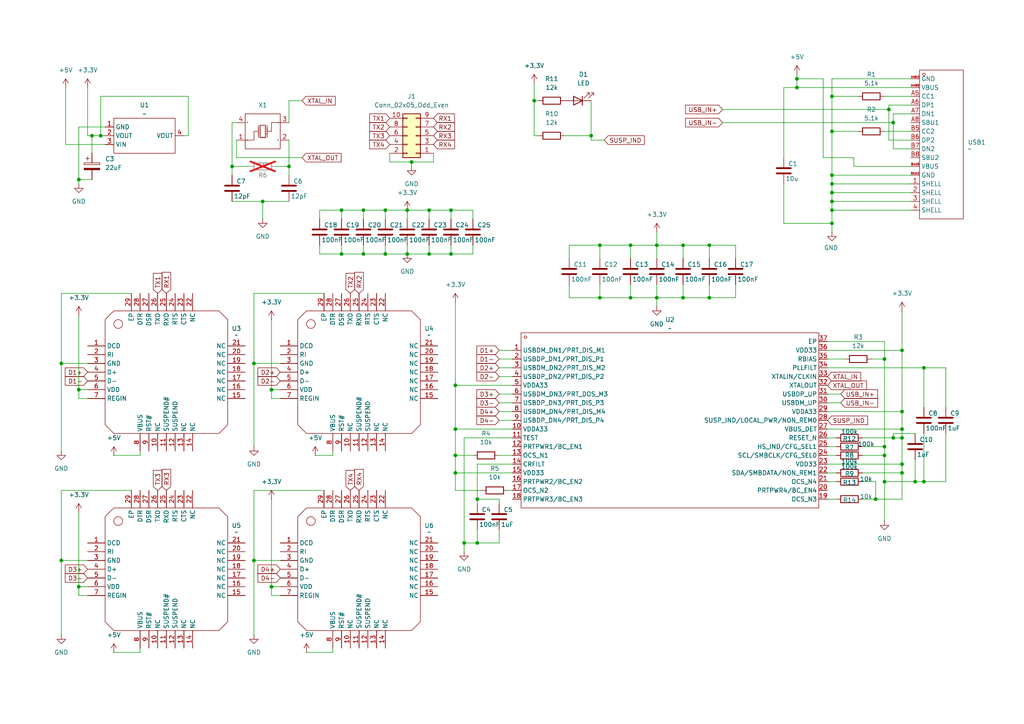
<source format=kicad_sch>
(kicad_sch (version 20231120) (generator "eeschema") (generator_version "8.0")
  (paper "A4")
  (junction (at 190.5 71.12))
  (junction (at 111.76 73.66))
  (junction (at 205.74 86.36))
  (junction (at 138.43 144.78))
  (junction (at 241.3 38.1))
  (junction (at 241.3 60.96))
  (junction (at 256.54 104.14))
  (junction (at 205.74 71.12))
  (junction (at 76.2 58.42))
  (junction (at 261.62 134.62))
  (junction (at 171.45 39.37))
  (junction (at 198.12 86.36))
  (junction (at 198.12 71.12))
  (junction (at 256.54 139.7))
  (junction (at 17.78 162.56))
  (junction (at 231.14 25.4))
  (junction (at 67.31 48.26))
  (junction (at 134.62 157.48))
  (junction (at 257.81 31.75))
  (junction (at 130.81 60.96))
  (junction (at 256.54 129.54))
  (junction (at 124.46 73.66))
  (junction (at 182.88 71.12))
  (junction (at 138.43 157.48))
  (junction (at 259.08 35.56))
  (junction (at 241.3 53.34))
  (junction (at 267.97 139.7))
  (junction (at 256.54 132.08))
  (junction (at 99.06 73.66))
  (junction (at 190.5 86.36))
  (junction (at 154.94 29.21))
  (junction (at 132.08 137.16))
  (junction (at 261.62 127))
  (junction (at 241.3 55.88))
  (junction (at 22.86 113.03))
  (junction (at 73.66 105.41))
  (junction (at 261.62 119.38))
  (junction (at 119.38 46.99))
  (junction (at 130.81 73.66))
  (junction (at 17.78 105.41))
  (junction (at 118.11 73.66))
  (junction (at 111.76 60.96))
  (junction (at 231.14 22.86))
  (junction (at 265.43 139.7))
  (junction (at 261.62 124.46))
  (junction (at 132.08 124.46))
  (junction (at 254 144.78))
  (junction (at 173.99 71.12))
  (junction (at 78.74 113.03))
  (junction (at 267.97 106.68))
  (junction (at 261.62 137.16))
  (junction (at 173.99 86.36))
  (junction (at 241.3 64.77))
  (junction (at 22.86 52.07))
  (junction (at 73.66 162.56))
  (junction (at 105.41 73.66))
  (junction (at 261.62 101.6))
  (junction (at 241.3 50.8))
  (junction (at 124.46 60.96))
  (junction (at 132.08 132.08))
  (junction (at 22.86 170.18))
  (junction (at 99.06 60.96))
  (junction (at 132.08 111.76))
  (junction (at 241.3 27.94))
  (junction (at 78.74 170.18))
  (junction (at 259.08 127))
  (junction (at 118.11 60.96))
  (junction (at 83.82 48.26))
  (junction (at 26.67 39.37))
  (junction (at 182.88 86.36))
  (junction (at 105.41 60.96))
  (junction (at 29.21 39.37))
  (junction (at 241.3 58.42))
  (wire (pts (xy 80.01 48.26) (xy 83.82 48.26)))
  (wire (pts (xy 29.21 27.94) (xy 29.21 39.37)))
  (wire (pts (xy 254 144.78) (xy 261.62 144.78)))
  (wire (pts (xy 96.52 130.81) (xy 96.52 132.08)))
  (wire (pts (xy 256.54 129.54) (xy 256.54 132.08)))
  (wire (pts (xy 261.62 144.78) (xy 261.62 137.16)))
  (wire (pts (xy 257.81 40.64) (xy 264.16 40.64)))
  (wire (pts (xy 241.3 22.86) (xy 241.3 27.94)))
  (wire (pts (xy 264.16 33.02) (xy 259.08 33.02)))
  (wire (pts (xy 240.03 124.46) (xy 261.62 124.46)))
  (wire (pts (xy 83.82 29.21) (xy 83.82 35.56)))
  (wire (pts (xy 261.62 101.6) (xy 261.62 119.38)))
  (wire (pts (xy 40.64 187.96) (xy 40.64 189.23)))
  (wire (pts (xy 274.32 118.11) (xy 274.32 106.68)))
  (wire (pts (xy 132.08 111.76) (xy 148.59 111.76)))
  (wire (pts (xy 241.3 50.8) (xy 241.3 53.34)))
  (wire (pts (xy 78.74 170.18) (xy 78.74 144.78)))
  (wire (pts (xy 148.59 127) (xy 134.62 127)))
  (wire (pts (xy 261.62 127) (xy 261.62 134.62)))
  (wire (pts (xy 76.2 58.42) (xy 83.82 58.42)))
  (wire (pts (xy 265.43 139.7) (xy 256.54 139.7)))
  (wire (pts (xy 252.73 104.14) (xy 256.54 104.14)))
  (wire (pts (xy 198.12 71.12) (xy 198.12 74.93)))
  (wire (pts (xy 119.38 46.99) (xy 119.38 48.26)))
  (wire (pts (xy 182.88 74.93) (xy 182.88 71.12)))
  (wire (pts (xy 113.03 46.99) (xy 119.38 46.99)))
  (wire (pts (xy 137.16 71.12) (xy 137.16 73.66)))
  (wire (pts (xy 265.43 133.35) (xy 265.43 139.7)))
  (wire (pts (xy 173.99 82.55) (xy 173.99 86.36)))
  (wire (pts (xy 92.71 63.5) (xy 92.71 60.96)))
  (wire (pts (xy 144.78 144.78) (xy 138.43 144.78)))
  (wire (pts (xy 138.43 144.78) (xy 138.43 146.05)))
  (wire (pts (xy 250.19 127) (xy 259.08 127)))
  (wire (pts (xy 134.62 157.48) (xy 134.62 160.02)))
  (wire (pts (xy 67.31 35.56) (xy 67.31 48.26)))
  (wire (pts (xy 227.33 53.34) (xy 227.33 64.77)))
  (wire (pts (xy 96.52 132.08) (xy 91.44 132.08)))
  (wire (pts (xy 73.66 105.41) (xy 73.66 129.54)))
  (wire (pts (xy 240.03 99.06) (xy 256.54 99.06)))
  (wire (pts (xy 96.52 187.96) (xy 96.52 189.23)))
  (wire (pts (xy 240.03 116.84) (xy 243.84 116.84)))
  (wire (pts (xy 22.86 52.07) (xy 26.67 52.07)))
  (wire (pts (xy 87.63 29.21) (xy 83.82 29.21)))
  (wire (pts (xy 147.32 142.24) (xy 148.59 142.24)))
  (wire (pts (xy 67.31 48.26) (xy 67.31 50.8)))
  (wire (pts (xy 182.88 82.55) (xy 182.88 86.36)))
  (wire (pts (xy 130.81 60.96) (xy 124.46 60.96)))
  (wire (pts (xy 264.16 22.86) (xy 241.3 22.86)))
  (wire (pts (xy 132.08 132.08) (xy 132.08 137.16)))
  (wire (pts (xy 256.54 104.14) (xy 256.54 129.54)))
  (wire (pts (xy 38.1 85.09) (xy 17.78 85.09)))
  (wire (pts (xy 254 139.7) (xy 254 144.78)))
  (wire (pts (xy 259.08 125.73) (xy 259.08 127)))
  (wire (pts (xy 132.08 87.63) (xy 132.08 111.76)))
  (wire (pts (xy 250.19 132.08) (xy 256.54 132.08)))
  (wire (pts (xy 22.86 115.57) (xy 22.86 113.03)))
  (wire (pts (xy 241.3 60.96) (xy 241.3 64.77)))
  (wire (pts (xy 227.33 25.4) (xy 231.14 25.4)))
  (wire (pts (xy 163.83 39.37) (xy 171.45 39.37)))
  (wire (pts (xy 25.4 162.56) (xy 17.78 162.56)))
  (wire (pts (xy 124.46 60.96) (xy 124.46 63.5)))
  (wire (pts (xy 132.08 142.24) (xy 132.08 137.16)))
  (wire (pts (xy 182.88 86.36) (xy 190.5 86.36)))
  (wire (pts (xy 130.81 60.96) (xy 130.81 63.5)))
  (wire (pts (xy 137.16 63.5) (xy 137.16 60.96)))
  (wire (pts (xy 73.66 142.24) (xy 73.66 162.56)))
  (wire (pts (xy 190.5 67.31) (xy 190.5 71.12)))
  (wire (pts (xy 138.43 134.62) (xy 138.43 144.78)))
  (wire (pts (xy 25.4 172.72) (xy 22.86 172.72)))
  (wire (pts (xy 26.67 39.37) (xy 29.21 39.37)))
  (wire (pts (xy 240.03 129.54) (xy 242.57 129.54)))
  (wire (pts (xy 231.14 22.86) (xy 231.14 25.4)))
  (wire (pts (xy 190.5 71.12) (xy 198.12 71.12)))
  (wire (pts (xy 198.12 71.12) (xy 205.74 71.12)))
  (wire (pts (xy 40.64 130.81) (xy 40.64 132.08)))
  (wire (pts (xy 240.03 104.14) (xy 245.11 104.14)))
  (wire (pts (xy 144.78 104.14) (xy 148.59 104.14)))
  (wire (pts (xy 81.28 105.41) (xy 73.66 105.41)))
  (wire (pts (xy 25.4 39.37) (xy 26.67 39.37)))
  (wire (pts (xy 165.1 82.55) (xy 165.1 86.36)))
  (wire (pts (xy 68.58 35.56) (xy 67.31 35.56)))
  (wire (pts (xy 92.71 60.96) (xy 99.06 60.96)))
  (wire (pts (xy 171.45 39.37) (xy 171.45 40.64)))
  (wire (pts (xy 67.31 58.42) (xy 76.2 58.42)))
  (wire (pts (xy 240.03 137.16) (xy 242.57 137.16)))
  (wire (pts (xy 81.28 172.72) (xy 78.74 172.72)))
  (wire (pts (xy 22.86 148.59) (xy 22.86 170.18)))
  (wire (pts (xy 118.11 71.12) (xy 118.11 73.66)))
  (wire (pts (xy 25.4 115.57) (xy 22.86 115.57)))
  (wire (pts (xy 78.74 172.72) (xy 78.74 170.18)))
  (wire (pts (xy 267.97 106.68) (xy 267.97 118.11)))
  (wire (pts (xy 240.03 139.7) (xy 242.57 139.7)))
  (wire (pts (xy 38.1 142.24) (xy 17.78 142.24)))
  (wire (pts (xy 241.3 27.94) (xy 241.3 38.1)))
  (wire (pts (xy 26.67 39.37) (xy 26.67 44.45)))
  (wire (pts (xy 40.64 189.23) (xy 33.02 189.23)))
  (wire (pts (xy 144.78 132.08) (xy 148.59 132.08)))
  (wire (pts (xy 111.76 73.66) (xy 118.11 73.66)))
  (wire (pts (xy 241.3 64.77) (xy 241.3 67.31)))
  (wire (pts (xy 240.03 106.68) (xy 267.97 106.68)))
  (wire (pts (xy 250.19 129.54) (xy 256.54 129.54)))
  (wire (pts (xy 73.66 162.56) (xy 73.66 184.15)))
  (wire (pts (xy 125.73 44.45) (xy 125.73 46.99)))
  (wire (pts (xy 274.32 125.73) (xy 274.32 139.7)))
  (wire (pts (xy 93.98 85.09) (xy 73.66 85.09)))
  (wire (pts (xy 257.81 31.75) (xy 257.81 40.64)))
  (wire (pts (xy 132.08 132.08) (xy 137.16 132.08)))
  (wire (pts (xy 137.16 73.66) (xy 130.81 73.66)))
  (wire (pts (xy 22.86 36.83) (xy 22.86 52.07)))
  (wire (pts (xy 250.19 139.7) (xy 254 139.7)))
  (wire (pts (xy 250.19 137.16) (xy 261.62 137.16)))
  (wire (pts (xy 124.46 73.66) (xy 118.11 73.66)))
  (wire (pts (xy 78.74 115.57) (xy 78.74 113.03)))
  (wire (pts (xy 83.82 40.64) (xy 83.82 48.26)))
  (wire (pts (xy 105.41 73.66) (xy 111.76 73.66)))
  (wire (pts (xy 92.71 71.12) (xy 92.71 73.66)))
  (wire (pts (xy 105.41 71.12) (xy 105.41 73.66)))
  (wire (pts (xy 171.45 40.64) (xy 175.26 40.64)))
  (wire (pts (xy 231.14 25.4) (xy 264.16 25.4)))
  (wire (pts (xy 257.81 30.48) (xy 257.81 31.75)))
  (wire (pts (xy 190.5 71.12) (xy 190.5 74.93)))
  (wire (pts (xy 99.06 60.96) (xy 99.06 63.5)))
  (wire (pts (xy 227.33 64.77) (xy 241.3 64.77)))
  (wire (pts (xy 81.28 115.57) (xy 78.74 115.57)))
  (wire (pts (xy 264.16 30.48) (xy 257.81 30.48)))
  (wire (pts (xy 96.52 189.23) (xy 88.9 189.23)))
  (wire (pts (xy 265.43 125.73) (xy 259.08 125.73)))
  (wire (pts (xy 241.3 53.34) (xy 264.16 53.34)))
  (wire (pts (xy 154.94 39.37) (xy 156.21 39.37)))
  (wire (pts (xy 238.76 45.72) (xy 238.76 22.86)))
  (wire (pts (xy 256.54 27.94) (xy 264.16 27.94)))
  (wire (pts (xy 22.86 172.72) (xy 22.86 170.18)))
  (wire (pts (xy 132.08 111.76) (xy 132.08 124.46)))
  (wire (pts (xy 22.86 113.03) (xy 25.4 113.03)))
  (wire (pts (xy 261.62 90.17) (xy 261.62 101.6)))
  (wire (pts (xy 99.06 71.12) (xy 99.06 73.66)))
  (wire (pts (xy 240.03 119.38) (xy 261.62 119.38)))
  (wire (pts (xy 19.05 41.91) (xy 30.48 41.91)))
  (wire (pts (xy 138.43 157.48) (xy 134.62 157.48)))
  (wire (pts (xy 83.82 48.26) (xy 83.82 50.8)))
  (wire (pts (xy 139.7 142.24) (xy 132.08 142.24)))
  (wire (pts (xy 213.36 86.36) (xy 213.36 82.55)))
  (wire (pts (xy 87.63 45.72) (xy 68.58 45.72)))
  (wire (pts (xy 250.19 144.78) (xy 254 144.78)))
  (wire (pts (xy 261.62 137.16) (xy 261.62 134.62)))
  (wire (pts (xy 241.3 58.42) (xy 241.3 60.96)))
  (wire (pts (xy 267.97 125.73) (xy 267.97 139.7)))
  (wire (pts (xy 118.11 60.96) (xy 118.11 63.5)))
  (wire (pts (xy 213.36 71.12) (xy 213.36 74.93)))
  (wire (pts (xy 205.74 86.36) (xy 213.36 86.36)))
  (wire (pts (xy 190.5 82.55) (xy 190.5 86.36)))
  (wire (pts (xy 93.98 142.24) (xy 73.66 142.24)))
  (wire (pts (xy 22.86 170.18) (xy 25.4 170.18)))
  (wire (pts (xy 259.08 35.56) (xy 259.08 43.18)))
  (wire (pts (xy 132.08 124.46) (xy 132.08 132.08)))
  (wire (pts (xy 173.99 86.36) (xy 182.88 86.36)))
  (wire (pts (xy 165.1 86.36) (xy 173.99 86.36)))
  (wire (pts (xy 238.76 45.72) (xy 247.65 45.72)))
  (wire (pts (xy 240.03 101.6) (xy 261.62 101.6)))
  (wire (pts (xy 259.08 127) (xy 261.62 127)))
  (wire (pts (xy 22.86 91.44) (xy 22.86 113.03)))
  (wire (pts (xy 171.45 29.21) (xy 171.45 39.37)))
  (wire (pts (xy 67.31 48.26) (xy 72.39 48.26)))
  (wire (pts (xy 261.62 134.62) (xy 240.03 134.62)))
  (wire (pts (xy 182.88 71.12) (xy 190.5 71.12)))
  (wire (pts (xy 241.3 50.8) (xy 264.16 50.8)))
  (wire (pts (xy 17.78 85.09) (xy 17.78 105.41)))
  (wire (pts (xy 173.99 71.12) (xy 182.88 71.12)))
  (wire (pts (xy 68.58 45.72) (xy 68.58 40.64)))
  (wire (pts (xy 238.76 22.86) (xy 231.14 22.86)))
  (wire (pts (xy 19.05 25.4) (xy 19.05 41.91)))
  (wire (pts (xy 130.81 73.66) (xy 124.46 73.66)))
  (wire (pts (xy 274.32 106.68) (xy 267.97 106.68)))
  (wire (pts (xy 209.55 35.56) (xy 259.08 35.56)))
  (wire (pts (xy 240.03 127) (xy 242.57 127)))
  (wire (pts (xy 138.43 153.67) (xy 138.43 157.48)))
  (wire (pts (xy 205.74 71.12) (xy 213.36 71.12)))
  (wire (pts (xy 76.2 58.42) (xy 76.2 63.5)))
  (wire (pts (xy 241.3 38.1) (xy 248.92 38.1)))
  (wire (pts (xy 247.65 45.72) (xy 247.65 48.26)))
  (wire (pts (xy 205.74 71.12) (xy 205.74 74.93)))
  (wire (pts (xy 17.78 162.56) (xy 17.78 184.15)))
  (wire (pts (xy 165.1 71.12) (xy 173.99 71.12)))
  (wire (pts (xy 53.34 39.37) (xy 54.61 39.37)))
  (wire (pts (xy 261.62 119.38) (xy 261.62 124.46)))
  (wire (pts (xy 240.03 114.3) (xy 243.84 114.3)))
  (wire (pts (xy 105.41 60.96) (xy 105.41 63.5)))
  (wire (pts (xy 144.78 114.3) (xy 148.59 114.3)))
  (wire (pts (xy 241.3 38.1) (xy 241.3 50.8)))
  (wire (pts (xy 259.08 43.18) (xy 264.16 43.18)))
  (wire (pts (xy 144.78 157.48) (xy 138.43 157.48)))
  (wire (pts (xy 274.32 139.7) (xy 267.97 139.7)))
  (wire (pts (xy 81.28 113.03) (xy 78.74 113.03)))
  (wire (pts (xy 154.94 24.13) (xy 154.94 29.21)))
  (wire (pts (xy 25.4 25.4) (xy 25.4 39.37)))
  (wire (pts (xy 137.16 60.96) (xy 130.81 60.96)))
  (wire (pts (xy 125.73 46.99) (xy 119.38 46.99)))
  (wire (pts (xy 99.06 73.66) (xy 105.41 73.66)))
  (wire (pts (xy 30.48 36.83) (xy 22.86 36.83)))
  (wire (pts (xy 73.66 85.09) (xy 73.66 105.41)))
  (wire (pts (xy 241.3 55.88) (xy 241.3 58.42)))
  (wire (pts (xy 247.65 48.26) (xy 264.16 48.26)))
  (wire (pts (xy 113.03 44.45) (xy 113.03 46.99)))
  (wire (pts (xy 99.06 60.96) (xy 105.41 60.96)))
  (wire (pts (xy 173.99 74.93) (xy 173.99 71.12)))
  (wire (pts (xy 144.78 121.92) (xy 148.59 121.92)))
  (wire (pts (xy 40.64 132.08) (xy 33.02 132.08)))
  (wire (pts (xy 81.28 162.56) (xy 73.66 162.56)))
  (wire (pts (xy 144.78 146.05) (xy 144.78 144.78)))
  (wire (pts (xy 132.08 137.16) (xy 148.59 137.16)))
  (wire (pts (xy 54.61 27.94) (xy 29.21 27.94)))
  (wire (pts (xy 92.71 73.66) (xy 99.06 73.66)))
  (wire (pts (xy 259.08 33.02) (xy 259.08 35.56)))
  (wire (pts (xy 111.76 60.96) (xy 111.76 63.5)))
  (wire (pts (xy 240.03 132.08) (xy 242.57 132.08)))
  (wire (pts (xy 132.08 124.46) (xy 148.59 124.46)))
  (wire (pts (xy 198.12 82.55) (xy 198.12 86.36)))
  (wire (pts (xy 17.78 105.41) (xy 17.78 130.81)))
  (wire (pts (xy 248.92 27.94) (xy 241.3 27.94)))
  (wire (pts (xy 198.12 86.36) (xy 205.74 86.36)))
  (wire (pts (xy 148.59 134.62) (xy 138.43 134.62)))
  (wire (pts (xy 144.78 119.38) (xy 148.59 119.38)))
  (wire (pts (xy 144.78 109.22) (xy 148.59 109.22)))
  (wire (pts (xy 105.41 60.96) (xy 111.76 60.96)))
  (wire (pts (xy 190.5 86.36) (xy 198.12 86.36)))
  (wire (pts (xy 256.54 99.06) (xy 256.54 104.14)))
  (wire (pts (xy 154.94 29.21) (xy 154.94 39.37)))
  (wire (pts (xy 267.97 139.7) (xy 265.43 139.7)))
  (wire (pts (xy 256.54 38.1) (xy 264.16 38.1)))
  (wire (pts (xy 144.78 116.84) (xy 148.59 116.84)))
  (wire (pts (xy 231.14 21.59) (xy 231.14 22.86)))
  (wire (pts (xy 165.1 74.93) (xy 165.1 71.12)))
  (wire (pts (xy 241.3 55.88) (xy 264.16 55.88)))
  (wire (pts (xy 134.62 127) (xy 134.62 157.48)))
  (wire (pts (xy 144.78 101.6) (xy 148.59 101.6)))
  (wire (pts (xy 78.74 113.03) (xy 78.74 92.71)))
  (wire (pts (xy 261.62 124.46) (xy 261.62 127)))
  (wire (pts (xy 29.21 39.37) (xy 30.48 39.37)))
  (wire (pts (xy 154.94 29.21) (xy 156.21 29.21)))
  (wire (pts (xy 227.33 25.4) (xy 227.33 45.72)))
  (wire (pts (xy 205.74 82.55) (xy 205.74 86.36)))
  (wire (pts (xy 144.78 106.68) (xy 148.59 106.68)))
  (wire (pts (xy 111.76 71.12) (xy 111.76 73.66)))
  (wire (pts (xy 256.54 139.7) (xy 256.54 151.13)))
  (wire (pts (xy 241.3 58.42) (xy 264.16 58.42)))
  (wire (pts (xy 240.03 144.78) (xy 242.57 144.78)))
  (wire (pts (xy 256.54 132.08) (xy 256.54 139.7)))
  (wire (pts (xy 190.5 86.36) (xy 190.5 88.9)))
  (wire (pts (xy 130.81 71.12) (xy 130.81 73.66)))
  (wire (pts (xy 22.86 52.07) (xy 22.86 53.34)))
  (wire (pts (xy 264.16 60.96) (xy 241.3 60.96)))
  (wire (pts (xy 241.3 53.34) (xy 241.3 55.88)))
  (wire (pts (xy 124.46 71.12) (xy 124.46 73.66)))
  (wire (pts (xy 124.46 60.96) (xy 118.11 60.96)))
  (wire (pts (xy 54.61 39.37) (xy 54.61 27.94)))
  (wire (pts (xy 81.28 170.18) (xy 78.74 170.18)))
  (wire (pts (xy 111.76 60.96) (xy 118.11 60.96)))
  (wire (pts (xy 17.78 142.24) (xy 17.78 162.56)))
  (wire (pts (xy 209.55 31.75) (xy 257.81 31.75)))
  (wire (pts (xy 144.78 153.67) (xy 144.78 157.48)))
  (wire (pts (xy 25.4 105.41) (xy 17.78 105.41)))
  (global_label "SUSP_IND" (shape input) (at 240.03 121.92 0) (property "Intersheetrefs" "${INTERSHEET_REFS}" (effects (hide yes))))
  (global_label "D3+" (shape input) (at 144.78 114.3 180) (property "Intersheetrefs" "${INTERSHEET_REFS}" (effects (hide yes))))
  (global_label "XTAL_OUT" (shape input) (at 240.03 111.76 0) (property "Intersheetrefs" "${INTERSHEET_REFS}" (effects (hide yes))))
  (global_label "D1-" (shape input) (at 25.4 110.49 180) (property "Intersheetrefs" "${INTERSHEET_REFS}" (effects (hide yes))))
  (global_label "USB_IN+" (shape input) (at 209.55 31.75 180) (property "Intersheetrefs" "${INTERSHEET_REFS}" (effects (hide yes))))
  (global_label "D4+" (shape input) (at 144.78 119.38 180) (property "Intersheetrefs" "${INTERSHEET_REFS}" (effects (hide yes))))
  (global_label "D2+" (shape input) (at 144.78 106.68 180) (property "Intersheetrefs" "${INTERSHEET_REFS}" (effects (hide yes))))
  (global_label "D1+" (shape input) (at 25.4 107.95 180) (property "Intersheetrefs" "${INTERSHEET_REFS}" (effects (hide yes))))
  (global_label "TX4" (shape input) (at 101.6 142.24 90) (property "Intersheetrefs" "${INTERSHEET_REFS}" (effects (hide yes))))
  (global_label "XTAL_IN" (shape input) (at 87.63 29.21 0) (property "Intersheetrefs" "${INTERSHEET_REFS}" (effects (hide yes))))
  (global_label "D4-" (shape input) (at 144.78 121.92 180) (property "Intersheetrefs" "${INTERSHEET_REFS}" (effects (hide yes))))
  (global_label "RX3" (shape input) (at 125.73 39.37 0) (property "Intersheetrefs" "${INTERSHEET_REFS}" (effects (hide yes))))
  (global_label "SUSP_IND" (shape input) (at 175.26 40.64 0) (property "Intersheetrefs" "${INTERSHEET_REFS}" (effects (hide yes))))
  (global_label "TX1" (shape input) (at 113.03 34.29 180) (property "Intersheetrefs" "${INTERSHEET_REFS}" (effects (hide yes))))
  (global_label "TX2" (shape input) (at 113.03 36.83 180) (property "Intersheetrefs" "${INTERSHEET_REFS}" (effects (hide yes))))
  (global_label "TX3" (shape input) (at 113.03 39.37 180) (property "Intersheetrefs" "${INTERSHEET_REFS}" (effects (hide yes))))
  (global_label "D4+" (shape input) (at 81.28 165.1 180) (property "Intersheetrefs" "${INTERSHEET_REFS}" (effects (hide yes))))
  (global_label "RX2" (shape input) (at 125.73 36.83 0) (property "Intersheetrefs" "${INTERSHEET_REFS}" (effects (hide yes))))
  (global_label "TX3" (shape input) (at 45.72 142.24 90) (property "Intersheetrefs" "${INTERSHEET_REFS}" (effects (hide yes))))
  (global_label "D1+" (shape input) (at 144.78 101.6 180) (property "Intersheetrefs" "${INTERSHEET_REFS}" (effects (hide yes))))
  (global_label "USB_IN-" (shape input) (at 243.84 116.84 0) (property "Intersheetrefs" "${INTERSHEET_REFS}" (effects (hide yes))))
  (global_label "D3+" (shape input) (at 25.4 165.1 180) (property "Intersheetrefs" "${INTERSHEET_REFS}" (effects (hide yes))))
  (global_label "D1-" (shape input) (at 144.78 104.14 180) (property "Intersheetrefs" "${INTERSHEET_REFS}" (effects (hide yes))))
  (global_label "D3-" (shape input) (at 144.78 116.84 180) (property "Intersheetrefs" "${INTERSHEET_REFS}" (effects (hide yes))))
  (global_label "D2+" (shape input) (at 81.28 107.95 180) (property "Intersheetrefs" "${INTERSHEET_REFS}" (effects (hide yes))))
  (global_label "D3-" (shape input) (at 25.4 167.64 180) (property "Intersheetrefs" "${INTERSHEET_REFS}" (effects (hide yes))))
  (global_label "RX1" (shape input) (at 48.26 85.09 90) (property "Intersheetrefs" "${INTERSHEET_REFS}" (effects (hide yes))))
  (global_label "TX1" (shape input) (at 45.72 85.09 90) (property "Intersheetrefs" "${INTERSHEET_REFS}" (effects (hide yes))))
  (global_label "XTAL_IN" (shape input) (at 240.03 109.22 0) (property "Intersheetrefs" "${INTERSHEET_REFS}" (effects (hide yes))))
  (global_label "USB_IN-" (shape input) (at 209.55 35.56 180) (property "Intersheetrefs" "${INTERSHEET_REFS}" (effects (hide yes))))
  (global_label "RX3" (shape input) (at 48.26 142.24 90) (property "Intersheetrefs" "${INTERSHEET_REFS}" (effects (hide yes))))
  (global_label "XTAL_OUT" (shape input) (at 87.63 45.72 0) (property "Intersheetrefs" "${INTERSHEET_REFS}" (effects (hide yes))))
  (global_label "USB_IN+" (shape input) (at 243.84 114.3 0) (property "Intersheetrefs" "${INTERSHEET_REFS}" (effects (hide yes))))
  (global_label "TX2" (shape input) (at 101.6 85.09 90) (property "Intersheetrefs" "${INTERSHEET_REFS}" (effects (hide yes))))
  (global_label "D2-" (shape input) (at 81.28 110.49 180) (property "Intersheetrefs" "${INTERSHEET_REFS}" (effects (hide yes))))
  (global_label "RX2" (shape input) (at 104.14 85.09 90) (property "Intersheetrefs" "${INTERSHEET_REFS}" (effects (hide yes))))
  (global_label "RX4" (shape input) (at 104.14 142.24 90) (property "Intersheetrefs" "${INTERSHEET_REFS}" (effects (hide yes))))
  (global_label "RX1" (shape input) (at 125.73 34.29 0) (property "Intersheetrefs" "${INTERSHEET_REFS}" (effects (hide yes))))
  (global_label "D4-" (shape input) (at 81.28 167.64 180) (property "Intersheetrefs" "${INTERSHEET_REFS}" (effects (hide yes))))
  (global_label "TX4" (shape input) (at 113.03 41.91 180) (property "Intersheetrefs" "${INTERSHEET_REFS}" (effects (hide yes))))
  (global_label "RX4" (shape input) (at 125.73 41.91 0) (property "Intersheetrefs" "${INTERSHEET_REFS}" (effects (hide yes))))
  (global_label "D2-" (shape input) (at 144.78 109.22 180) (property "Intersheetrefs" "${INTERSHEET_REFS}" (effects (hide yes))))
  (symbol (lib_id "JLCLibrary:TYPE-C16PIN") (at 273.05 41.91 0) (unit 1)
    (property "Reference" "USB1" (at 280.67 41.2749 0) (effects (justify left)))
    (property "Value" "~" (at 280.67 43.18 0) (effects (justify left)))
    (property "Footprint" "JLCLibrary:USB-C-SMD_TYPE-C16PIN" (effects (hide yes)))
    (property "Datasheet" "https://atta.szlcsc.com/upload/public/pdf/source/20190521/C393939_7B9043D4CF1026AF443AB60D91FBCD5C.pdf" (effects (hide yes)))
    (property "Description" "Connector Type:Type-C Standard:USB 3.1 Gender:Female Mounting Style:Horizontal attachment Number of Contacts:16P Number of Ports:1 Current Rating - Power (Max):3A Operating Temperature Range:-40°C~+85°C Operating Temperature Range:-40°C~+85°C Rated Voltage (M" (effects (hide yes)))
    (property "Manufacturer Part" "TYPE-C16PIN" (effects (hide yes)))
    (property "Manufacturer" "SHOU HAN(首韩)" (effects (hide yes)))
    (property "Supplier Part" "C393939" (effects (hide yes)))
    (property "Supplier" "LCSC" (effects (hide yes)))
    (property "LCSC Part Name" "Type-C 母 卧贴" (effects (hide yes)))
  )
  (symbol (lib_id "Device:R") (at 140.97 132.08 90) (unit 1)
    (property "Reference" "R4" (at 140.97 125.73 90))
    (property "Value" "10k" (at 140.97 128.27 90))
    (property "Footprint" "Resistor_SMD:R_0201_0603Metric" (effects (hide yes)))
    (property "Description" "Resistor" (effects (hide yes)))
  )
  (symbol (lib_id "power:+3.3V") (at 261.62 90.17 0) (unit 1)
    (property "Reference" "#PWR022" (effects (hide yes)))
    (property "Value" "+3.3V" (at 261.62 85.09 0))
    (property "Description" "Power symbol creates a global label with name \"+3.3V\"" (effects (hide yes)))
  )
  (symbol (lib_id "Device:C") (at 227.33 49.53 0) (unit 1)
    (property "Reference" "C1" (at 228.6 47.498 0) (effects (justify left)))
    (property "Value" "10u" (at 227.838 51.816 0) (effects (justify left)))
    (property "Footprint" "Capacitor_SMD:C_0201_0603Metric" (effects (hide yes)))
    (property "Description" "Unpolarized capacitor" (effects (hide yes)))
  )
  (symbol (lib_id "Device:R") (at 246.38 139.7 90) (unit 1)
    (property "Reference" "R13" (at 246.38 139.954 90))
    (property "Value" "10k" (at 251.206 138.938 90))
    (property "Footprint" "Resistor_SMD:R_0201_0603Metric" (effects (hide yes)))
    (property "Description" "Resistor" (effects (hide yes)))
  )
  (symbol (lib_id "JLCLibrary:AMS1117-3.3") (at 41.91 39.37 0) (unit 1)
    (property "Reference" "U1" (at 41.91 30.48 0))
    (property "Value" "~" (at 41.91 33.02 0))
    (property "Footprint" "JLCLibrary:AMS1117" (effects (hide yes)))
    (property "Datasheet" "https://atta.szlcsc.com/upload/public/pdf/source/20180727/C6186_7A095716F0823C02F1997A905E26C086.pdf" (effects (hide yes)))
    (property "Description" "Output Type:Fixed Voltage - Supply:- Output Voltage:3.3V Output Voltage:3.3V Output Current:1A Power Supply Rejection Ratio (PSRR):72dB@(120Hz) Voltage Dropout:1.3V@(800mA) standby current:- Noise:- Features:Overcurrent Protection(OCP)；热关断(TSD) Operating" (effects (hide yes)))
    (property "Manufacturer Part" "AMS1117-3.3" (effects (hide yes)))
    (property "Manufacturer" "AMS" (effects (hide yes)))
    (property "Supplier Part" "C6186" (effects (hide yes)))
    (property "Supplier" "LCSC" (effects (hide yes)))
    (property "LCSC Part Name" "输出3.3V 1A" (effects (hide yes)))
  )
  (symbol (lib_id "Device:C") (at 205.74 78.74 0) (unit 1)
    (property "Reference" "C16" (at 207.01 76.708 0) (effects (justify left)))
    (property "Value" "100nF" (at 206.248 81.026 0) (effects (justify left)))
    (property "Footprint" "Capacitor_SMD:C_0201_0603Metric" (effects (hide yes)))
    (property "Description" "Unpolarized capacitor" (effects (hide yes)))
  )
  (symbol (lib_id "Device:R") (at 160.02 39.37 90) (unit 1)
    (property "Reference" "R10" (at 160.02 33.02 90))
    (property "Value" "12k" (at 160.02 35.56 90))
    (property "Footprint" "Resistor_SMD:R_0201_0603Metric" (effects (hide yes)))
    (property "Description" "Resistor" (effects (hide yes)))
  )
  (symbol (lib_id "power:+3.3V") (at 22.86 148.59 0) (unit 1)
    (property "Reference" "#PWR011" (effects (hide yes)))
    (property "Value" "+3.3V" (at 22.86 143.51 0))
    (property "Description" "Power symbol creates a global label with name \"+3.3V\"" (effects (hide yes)))
  )
  (symbol (lib_id "Device:C") (at 173.99 78.74 0) (unit 1)
    (property "Reference" "C12" (at 175.26 76.708 0) (effects (justify left)))
    (property "Value" "100nF" (at 174.498 81.026 0) (effects (justify left)))
    (property "Footprint" "Capacitor_SMD:C_0201_0603Metric" (effects (hide yes)))
    (property "Description" "Unpolarized capacitor" (effects (hide yes)))
  )
  (symbol (lib_id "power:GND") (at 256.54 151.13 0) (unit 1)
    (property "Reference" "#PWR06" (effects (hide yes)))
    (property "Value" "GND" (at 256.54 156.21 0))
    (property "Description" "Power symbol creates a global label with name \"GND\" , ground" (effects (hide yes)))
  )
  (symbol (lib_id "Device:C") (at 198.12 78.74 0) (unit 1)
    (property "Reference" "C15" (at 199.39 76.708 0) (effects (justify left)))
    (property "Value" "100nF" (at 198.628 81.026 0) (effects (justify left)))
    (property "Footprint" "Capacitor_SMD:C_0201_0603Metric" (effects (hide yes)))
    (property "Description" "Unpolarized capacitor" (effects (hide yes)))
  )
  (symbol (lib_id "Device:C") (at 190.5 78.74 0) (unit 1)
    (property "Reference" "C14" (at 191.77 76.708 0) (effects (justify left)))
    (property "Value" "100nF" (at 191.008 81.026 0) (effects (justify left)))
    (property "Footprint" "Capacitor_SMD:C_0201_0603Metric" (effects (hide yes)))
    (property "Description" "Unpolarized capacitor" (effects (hide yes)))
  )
  (symbol (lib_id "Device:C_Polarized") (at 26.67 48.26 0) (unit 1)
    (property "Reference" "C3" (at 30.48 46.1009 0) (effects (justify left)))
    (property "Value" "22uF" (at 30.48 48.6409 0) (effects (justify left)))
    (property "Footprint" "Capacitor_Tantalum_SMD:CP_EIA-3216-18_Kemet-A" (effects (hide yes)))
    (property "Description" "Polarized capacitor" (effects (hide yes)))
    (property "LCSC" "C7182" (effects (hide yes)))
  )
  (symbol (lib_id "power:+5V") (at 33.02 189.23 0) (unit 1)
    (property "Reference" "#PWR020" (effects (hide yes)))
    (property "Value" "+5V" (at 33.02 184.15 0))
    (property "Description" "Power symbol creates a global label with name \"+5V\"" (effects (hide yes)))
  )
  (symbol (lib_id "power:+5V") (at 19.05 25.4 0) (unit 1)
    (property "Reference" "#PWR01" (effects (hide yes)))
    (property "Value" "+5V" (at 19.05 20.32 0))
    (property "Description" "Power symbol creates a global label with name \"+5V\"" (effects (hide yes)))
  )
  (symbol (lib_id "Connector_Generic:Conn_02x05_Odd_Even") (at 120.65 39.37 180) (unit 1)
    (property "Reference" "J1" (at 119.38 27.94 0))
    (property "Value" "Conn_02x05_Odd_Even" (at 119.38 30.48 0))
    (property "Footprint" "Connector_PinHeader_2.54mm:PinHeader_2x05_P2.54mm_Horizontal" (effects (hide yes)))
    (property "Description" "Generic connector, double row, 02x05, odd/even pin numbering scheme (row 1 odd numbers, row 2 even numbers), script generated (kicad-library-utils/schlib/autogen/connector/)" (effects (hide yes)))
    (property "LCSC" " C60563" (effects (hide yes)))
  )
  (symbol (lib_id "power:+5V") (at 33.02 132.08 0) (unit 1)
    (property "Reference" "#PWR018" (effects (hide yes)))
    (property "Value" "+5V" (at 33.02 127 0))
    (property "Description" "Power symbol creates a global label with name \"+5V\"" (effects (hide yes)))
  )
  (symbol (lib_id "JLCLibrary:USB2514B-AEZC-TR") (at 194.31 121.92 0) (unit 1)
    (property "Reference" "U2" (at 194.31 92.71 0))
    (property "Value" "~" (at 194.31 95.25 0))
    (property "Footprint" "JLCLibrary:USB2514-VQFN-36_L6.0-W6.0-P0.50-BL-EP" (effects (hide yes)))
    (property "Datasheet" "https://atta.szlcsc.com/upload/public/pdf/source/20130802/1457706629224.pdf" (effects (hide yes)))
    (property "Description" "type:Hub Protocol:USB 2.0 Supply Voltage:3.3V Supply Voltage:3.3V Operating Temperature:0°C~+85°C Operating Temperature:0°C~+85°C" (effects (hide yes)))
    (property "Manufacturer Part" "USB2514B-AEZC-TR" (effects (hide yes)))
    (property "Manufacturer" "MICROCHIP(美国微芯)" (effects (hide yes)))
    (property "Supplier Part" "C16251" (effects (hide yes)))
    (property "Supplier" "LCSC" (effects (hide yes)))
    (property "LCSC Part Name" "USB 2.0高速集线器控制器" (effects (hide yes)))
  )
  (symbol (lib_id "Device:C") (at 144.78 149.86 0) (unit 1)
    (property "Reference" "C5" (at 146.05 147.828 0) (effects (justify left)))
    (property "Value" "1uF" (at 145.288 152.146 0) (effects (justify left)))
    (property "Footprint" "Capacitor_SMD:C_0201_0603Metric" (effects (hide yes)))
    (property "Description" "Unpolarized capacitor" (effects (hide yes)))
  )
  (symbol (lib_id "power:GND") (at 17.78 130.81 0) (unit 1)
    (property "Reference" "#PWR014" (effects (hide yes)))
    (property "Value" "GND" (at 17.78 135.89 0))
    (property "Description" "Power symbol creates a global label with name \"GND\" , ground" (effects (hide yes)))
  )
  (symbol (lib_id "Device:R") (at 76.2 48.26 90) (unit 1) (dnp yes)
    (property "Reference" "R6" (at 76.2 50.8 90))
    (property "Value" "1M" (at 76.2 48.006 90))
    (property "Footprint" "Resistor_SMD:R_0201_0603Metric" (effects (hide yes)))
    (property "Description" "Resistor" (effects (hide yes)))
  )
  (symbol (lib_id "Device:C") (at 265.43 129.54 0) (unit 1)
    (property "Reference" "C10" (at 266.7 127.508 0) (effects (justify left)))
    (property "Value" "1uF" (at 265.938 131.826 0) (effects (justify left)))
    (property "Footprint" "Capacitor_SMD:C_0201_0603Metric" (effects (hide yes)))
    (property "Description" "Unpolarized capacitor" (effects (hide yes)))
  )
  (symbol (lib_id "Device:R") (at 246.38 144.78 90) (unit 1)
    (property "Reference" "R14" (at 246.38 145.034 90))
    (property "Value" "10k" (at 251.206 144.018 90))
    (property "Footprint" "Resistor_SMD:R_0201_0603Metric" (effects (hide yes)))
    (property "Description" "Resistor" (effects (hide yes)))
  )
  (symbol (lib_id "Device:C") (at 124.46 67.31 0) (unit 1)
    (property "Reference" "C23" (at 125.73 65.278 0) (effects (justify left)))
    (property "Value" "100nF" (at 124.968 69.596 0) (effects (justify left)))
    (property "Footprint" "Capacitor_SMD:C_0201_0603Metric" (effects (hide yes)))
    (property "Description" "Unpolarized capacitor" (effects (hide yes)))
  )
  (symbol (lib_id "Device:C") (at 213.36 78.74 0) (unit 1)
    (property "Reference" "C17" (at 214.63 76.708 0) (effects (justify left)))
    (property "Value" "100nF" (at 213.868 81.026 0) (effects (justify left)))
    (property "Footprint" "Capacitor_SMD:C_0201_0603Metric" (effects (hide yes)))
    (property "Description" "Unpolarized capacitor" (effects (hide yes)))
  )
  (symbol (lib_id "Device:R") (at 252.73 27.94 270) (unit 1)
    (property "Reference" "R1" (at 252.73 21.59 90))
    (property "Value" "5.1k" (at 252.73 24.13 90))
    (property "Footprint" "Resistor_SMD:R_0201_0603Metric" (effects (hide yes)))
    (property "Description" "Resistor" (effects (hide yes)))
  )
  (symbol (lib_id "Device:C") (at 274.32 121.92 0) (unit 1)
    (property "Reference" "C9" (at 275.59 119.888 0) (effects (justify left)))
    (property "Value" "1uF" (at 274.828 124.206 0) (effects (justify left)))
    (property "Footprint" "Capacitor_SMD:C_0201_0603Metric" (effects (hide yes)))
    (property "Description" "Unpolarized capacitor" (effects (hide yes)))
  )
  (symbol (lib_id "Device:R") (at 246.38 129.54 90) (unit 1)
    (property "Reference" "R7" (at 246.38 129.794 90))
    (property "Value" "100k" (at 251.206 128.778 90))
    (property "Footprint" "Resistor_SMD:R_0201_0603Metric" (effects (hide yes)))
    (property "Description" "Resistor" (effects (hide yes)))
  )
  (symbol (lib_id "Device:R") (at 248.92 104.14 90) (unit 1)
    (property "Reference" "R3" (at 248.92 97.79 90))
    (property "Value" "12k" (at 248.92 100.33 90))
    (property "Footprint" "Resistor_SMD:R_0201_0603Metric" (effects (hide yes)))
    (property "Description" "Resistor" (effects (hide yes)))
  )
  (symbol (lib_id "power:+3.3V") (at 132.08 87.63 0) (unit 1)
    (property "Reference" "#PWR08" (effects (hide yes)))
    (property "Value" "+3.3V" (at 132.08 82.55 0))
    (property "Description" "Power symbol creates a global label with name \"+3.3V\"" (effects (hide yes)))
  )
  (symbol (lib_id "power:+3.3V") (at 78.74 144.78 0) (unit 1)
    (property "Reference" "#PWR012" (effects (hide yes)))
    (property "Value" "+3.3V" (at 78.74 139.7 0))
    (property "Description" "Power symbol creates a global label with name \"+3.3V\"" (effects (hide yes)))
  )
  (symbol (lib_id "power:+5V") (at 88.9 189.23 0) (unit 1)
    (property "Reference" "#PWR021" (effects (hide yes)))
    (property "Value" "+5V" (at 88.9 184.15 0))
    (property "Description" "Power symbol creates a global label with name \"+5V\"" (effects (hide yes)))
  )
  (symbol (lib_id "Device:C") (at 182.88 78.74 0) (unit 1)
    (property "Reference" "C13" (at 184.15 76.708 0) (effects (justify left)))
    (property "Value" "100nF" (at 183.388 81.026 0) (effects (justify left)))
    (property "Footprint" "Capacitor_SMD:C_0201_0603Metric" (effects (hide yes)))
    (property "Description" "Unpolarized capacitor" (effects (hide yes)))
  )
  (symbol (lib_id "power:GND") (at 17.78 184.15 0) (unit 1)
    (property "Reference" "#PWR017" (effects (hide yes)))
    (property "Value" "GND" (at 17.78 189.23 0))
    (property "Description" "Power symbol creates a global label with name \"GND\" , ground" (effects (hide yes)))
  )
  (symbol (lib_id "Device:C") (at 67.31 54.61 0) (unit 1)
    (property "Reference" "C7" (at 68.58 52.578 0) (effects (justify left)))
    (property "Value" "12pF" (at 67.818 56.896 0) (effects (justify left)))
    (property "Footprint" "Capacitor_SMD:C_0201_0603Metric" (effects (hide yes)))
    (property "Description" "Unpolarized capacitor" (effects (hide yes)))
  )
  (symbol (lib_id "JLCLibrary:CP2102-GMR") (at 104.14 165.1 0) (unit 1)
    (property "Reference" "U6" (at 124.46 152.4314 0))
    (property "Value" "~" (at 124.46 154.3365 0))
    (property "Footprint" "JLCLibrary:CP2102-WQFN-28_L5.0-W5.0-P0.50-BL-EP3.2" (effects (hide yes)))
    (property "Datasheet" "https://atta.szlcsc.com/upload/public/pdf/source/20170103/1483439882795.pdf" (effects (hide yes)))
    (property "Description" "Applications Function:Transceiver Protocol: Number of Channels:- Supply Voltage:3V~3.6V Supply Voltage:3V~3.6V Data Rate:12Mbps Operating Temperature:- Operating Temperature:-" (effects (hide yes)))
    (property "Manufacturer Part" "CP2102-GMR" (effects (hide yes)))
    (property "Manufacturer" "SKYWORKS/SILICON LABS(芯科)" (effects (hide yes)))
    (property "Supplier Part" "C6568" (effects (hide yes)))
    (property "Supplier" "LCSC" (effects (hide yes)))
    (property "LCSC Part Name" "单芯片USB转UART桥接器" (effects (hide yes)))
  )
  (symbol (lib_id "Device:C") (at 111.76 67.31 0) (unit 1)
    (property "Reference" "C21" (at 113.03 65.278 0) (effects (justify left)))
    (property "Value" "100nF" (at 112.268 69.596 0) (effects (justify left)))
    (property "Footprint" "Capacitor_SMD:C_0201_0603Metric" (effects (hide yes)))
    (property "Description" "Unpolarized capacitor" (effects (hide yes)))
  )
  (symbol (lib_id "Device:R") (at 246.38 127 90) (unit 1)
    (property "Reference" "R12" (at 246.38 127.254 90))
    (property "Value" "100k" (at 246.38 125.222 90))
    (property "Footprint" "Resistor_SMD:R_0201_0603Metric" (effects (hide yes)))
    (property "Description" "Resistor" (effects (hide yes)))
  )
  (symbol (lib_id "Device:C") (at 165.1 78.74 0) (unit 1)
    (property "Reference" "C11" (at 166.37 76.708 0) (effects (justify left)))
    (property "Value" "100nF" (at 165.608 81.026 0) (effects (justify left)))
    (property "Footprint" "Capacitor_SMD:C_0201_0603Metric" (effects (hide yes)))
    (property "Description" "Unpolarized capacitor" (effects (hide yes)))
  )
  (symbol (lib_id "power:GND") (at 119.38 48.26 0) (unit 1)
    (property "Reference" "#PWR07" (effects (hide yes)))
    (property "Value" "GND" (at 119.38 53.34 0))
    (property "Description" "Power symbol creates a global label with name \"GND\" , ground" (effects (hide yes)))
  )
  (symbol (lib_id "Device:R") (at 143.51 142.24 90) (unit 1)
    (property "Reference" "R5" (at 143.51 135.89 90))
    (property "Value" "10k" (at 143.51 138.43 90))
    (property "Footprint" "Resistor_SMD:R_0201_0603Metric" (effects (hide yes)))
    (property "Description" "Resistor" (effects (hide yes)))
  )
  (symbol (lib_id "Device:C") (at 138.43 149.86 0) (unit 1)
    (property "Reference" "C4" (at 139.7 147.828 0) (effects (justify left)))
    (property "Value" "100nF" (at 138.938 152.146 0) (effects (justify left)))
    (property "Footprint" "Capacitor_SMD:C_0201_0603Metric" (effects (hide yes)))
    (property "Description" "Unpolarized capacitor" (effects (hide yes)))
  )
  (symbol (lib_id "Device:C") (at 105.41 67.31 0) (unit 1)
    (property "Reference" "C20" (at 106.68 65.278 0) (effects (justify left)))
    (property "Value" "100nF" (at 105.918 69.596 0) (effects (justify left)))
    (property "Footprint" "Capacitor_SMD:C_0201_0603Metric" (effects (hide yes)))
    (property "Description" "Unpolarized capacitor" (effects (hide yes)))
  )
  (symbol (lib_id "power:GND") (at 190.5 88.9 0) (unit 1)
    (property "Reference" "#PWR026" (effects (hide yes)))
    (property "Value" "GND" (at 190.5 93.98 0))
    (property "Description" "Power symbol creates a global label with name \"GND\" , ground" (effects (hide yes)))
  )
  (symbol (lib_id "power:GND") (at 76.2 63.5 0) (unit 1)
    (property "Reference" "#PWR023" (effects (hide yes)))
    (property "Value" "GND" (at 76.2 68.58 0))
    (property "Description" "Power symbol creates a global label with name \"GND\" , ground" (effects (hide yes)))
  )
  (symbol (lib_id "power:+3.3V") (at 118.11 60.96 0) (unit 1)
    (property "Reference" "#PWR027" (effects (hide yes)))
    (property "Value" "+3.3V" (at 118.11 55.88 0))
    (property "Description" "Power symbol creates a global label with name \"+3.3V\"" (effects (hide yes)))
  )
  (symbol (lib_id "Device:C") (at 83.82 54.61 0) (unit 1)
    (property "Reference" "C6" (at 85.09 52.578 0) (effects (justify left)))
    (property "Value" "12pF" (at 84.328 56.896 0) (effects (justify left)))
    (property "Footprint" "Capacitor_SMD:C_0201_0603Metric" (effects (hide yes)))
    (property "Description" "Unpolarized capacitor" (effects (hide yes)))
  )
  (symbol (lib_id "Device:C") (at 267.97 121.92 0) (unit 1)
    (property "Reference" "C8" (at 269.24 119.888 0) (effects (justify left)))
    (property "Value" "100nF" (at 268.478 124.206 0) (effects (justify left)))
    (property "Footprint" "Capacitor_SMD:C_0201_0603Metric" (effects (hide yes)))
    (property "Description" "Unpolarized capacitor" (effects (hide yes)))
  )
  (symbol (lib_id "power:GND") (at 118.11 73.66 0) (unit 1)
    (property "Reference" "#PWR028" (effects (hide yes)))
    (property "Value" "GND" (at 118.11 78.74 0))
    (property "Description" "Power symbol creates a global label with name \"GND\" , ground" (effects (hide yes)))
  )
  (symbol (lib_id "power:+5V") (at 231.14 21.59 0) (unit 1)
    (property "Reference" "#PWR05" (effects (hide yes)))
    (property "Value" "+5V" (at 231.14 16.51 0))
    (property "Description" "Power symbol creates a global label with name \"+5V\"" (effects (hide yes)))
  )
  (symbol (lib_id "Device:C") (at 130.81 67.31 0) (unit 1)
    (property "Reference" "C24" (at 132.08 65.278 0) (effects (justify left)))
    (property "Value" "100nF" (at 131.318 69.596 0) (effects (justify left)))
    (property "Footprint" "Capacitor_SMD:C_0201_0603Metric" (effects (hide yes)))
    (property "Description" "Unpolarized capacitor" (effects (hide yes)))
  )
  (symbol (lib_id "Device:R") (at 246.38 132.08 90) (unit 1)
    (property "Reference" "R8" (at 246.38 132.08 90))
    (property "Value" "100k" (at 246.38 133.858 90))
    (property "Footprint" "Resistor_SMD:R_0201_0603Metric" (effects (hide yes)))
    (property "Description" "Resistor" (effects (hide yes)))
  )
  (symbol (lib_id "power:GND") (at 22.86 53.34 0) (unit 1)
    (property "Reference" "#PWR03" (effects (hide yes)))
    (property "Value" "GND" (at 22.86 58.42 0))
    (property "Description" "Power symbol creates a global label with name \"GND\" , ground" (effects (hide yes)))
  )
  (symbol (lib_id "Device:R") (at 246.38 137.16 90) (unit 1)
    (property "Reference" "R9" (at 246.38 137.414 90))
    (property "Value" "100k" (at 246.38 135.382 90))
    (property "Footprint" "Resistor_SMD:R_0201_0603Metric" (effects (hide yes)))
    (property "Description" "Resistor" (effects (hide yes)))
  )
  (symbol (lib_id "JLCLibrary:CP2102-GMR") (at 48.26 165.1 0) (unit 1)
    (property "Reference" "U5" (at 68.58 152.4314 0))
    (property "Value" "~" (at 68.58 154.3365 0))
    (property "Footprint" "JLCLibrary:CP2102-WQFN-28_L5.0-W5.0-P0.50-BL-EP3.2" (effects (hide yes)))
    (property "Datasheet" "https://atta.szlcsc.com/upload/public/pdf/source/20170103/1483439882795.pdf" (effects (hide yes)))
    (property "Description" "Applications Function:Transceiver Protocol: Number of Channels:- Supply Voltage:3V~3.6V Supply Voltage:3V~3.6V Data Rate:12Mbps Operating Temperature:- Operating Temperature:-" (effects (hide yes)))
    (property "Manufacturer Part" "CP2102-GMR" (effects (hide yes)))
    (property "Manufacturer" "SKYWORKS/SILICON LABS(芯科)" (effects (hide yes)))
    (property "Supplier Part" "C6568" (effects (hide yes)))
    (property "Supplier" "LCSC" (effects (hide yes)))
    (property "LCSC Part Name" "单芯片USB转UART桥接器" (effects (hide yes)))
  )
  (symbol (lib_id "Device:C") (at 92.71 67.31 0) (unit 1)
    (property "Reference" "C18" (at 93.98 65.278 0) (effects (justify left)))
    (property "Value" "100nF" (at 93.218 69.596 0) (effects (justify left)))
    (property "Footprint" "Capacitor_SMD:C_0201_0603Metric" (effects (hide yes)))
    (property "Description" "Unpolarized capacitor" (effects (hide yes)))
  )
  (symbol (lib_id "power:+3.3V") (at 154.94 24.13 0) (unit 1)
    (property "Reference" "#PWR024" (effects (hide yes)))
    (property "Value" "+3.3V" (at 154.94 19.05 0))
    (property "Description" "Power symbol creates a global label with name \"+3.3V\"" (effects (hide yes)))
  )
  (symbol (lib_id "Device:C") (at 137.16 67.31 0) (unit 1)
    (property "Reference" "C25" (at 138.43 65.278 0) (effects (justify left)))
    (property "Value" "100nF" (at 137.668 69.596 0) (effects (justify left)))
    (property "Footprint" "Capacitor_SMD:C_0201_0603Metric" (effects (hide yes)))
    (property "Description" "Unpolarized capacitor" (effects (hide yes)))
  )
  (symbol (lib_id "power:+3.3V") (at 22.86 91.44 0) (unit 1)
    (property "Reference" "#PWR010" (effects (hide yes)))
    (property "Value" "+3.3V" (at 22.86 86.36 0))
    (property "Description" "Power symbol creates a global label with name \"+3.3V\"" (effects (hide yes)))
  )
  (symbol (lib_id "JLCLibrary:CP2102-GMR") (at 48.26 107.95 0) (unit 1)
    (property "Reference" "U3" (at 68.58 95.2814 0))
    (property "Value" "~" (at 68.58 97.1865 0))
    (property "Footprint" "JLCLibrary:CP2102-WQFN-28_L5.0-W5.0-P0.50-BL-EP3.2" (effects (hide yes)))
    (property "Datasheet" "https://atta.szlcsc.com/upload/public/pdf/source/20170103/1483439882795.pdf" (effects (hide yes)))
    (property "Description" "Applications Function:Transceiver Protocol: Number of Channels:- Supply Voltage:3V~3.6V Supply Voltage:3V~3.6V Data Rate:12Mbps Operating Temperature:- Operating Temperature:-" (effects (hide yes)))
    (property "Manufacturer Part" "CP2102-GMR" (effects (hide yes)))
    (property "Manufacturer" "SKYWORKS/SILICON LABS(芯科)" (effects (hide yes)))
    (property "Supplier Part" "C6568" (effects (hide yes)))
    (property "Supplier" "LCSC" (effects (hide yes)))
    (property "LCSC Part Name" "单芯片USB转UART桥接器" (effects (hide yes)))
  )
  (symbol (lib_id "power:+3.3V") (at 25.4 25.4 0) (unit 1)
    (property "Reference" "#PWR02" (effects (hide yes)))
    (property "Value" "+3.3V" (at 25.4 20.32 0))
    (property "Description" "Power symbol creates a global label with name \"+3.3V\"" (effects (hide yes)))
  )
  (symbol (lib_id "power:+3.3V") (at 78.74 92.71 0) (unit 1)
    (property "Reference" "#PWR09" (effects (hide yes)))
    (property "Value" "+3.3V" (at 78.74 87.63 0))
    (property "Description" "Power symbol creates a global label with name \"+3.3V\"" (effects (hide yes)))
  )
  (symbol (lib_id "Device:R") (at 160.02 29.21 90) (unit 1)
    (property "Reference" "R11" (at 160.02 22.86 90))
    (property "Value" "12k" (at 160.02 25.4 90))
    (property "Footprint" "Resistor_SMD:R_0201_0603Metric" (effects (hide yes)))
    (property "Description" "Resistor" (effects (hide yes)))
  )
  (symbol (lib_id "power:GND") (at 241.3 67.31 0) (unit 1)
    (property "Reference" "#PWR04" (effects (hide yes)))
    (property "Value" "GND" (at 241.046 71.882 0))
    (property "Description" "Power symbol creates a global label with name \"GND\" , ground" (effects (hide yes)))
  )
  (symbol (lib_id "power:GND") (at 73.66 184.15 0) (unit 1)
    (property "Reference" "#PWR016" (effects (hide yes)))
    (property "Value" "GND" (at 73.66 189.23 0))
    (property "Description" "Power symbol creates a global label with name \"GND\" , ground" (effects (hide yes)))
  )
  (symbol (lib_id "power:+3.3V") (at 190.5 67.31 0) (unit 1)
    (property "Reference" "#PWR025" (effects (hide yes)))
    (property "Value" "+3.3V" (at 190.5 62.23 0))
    (property "Description" "Power symbol creates a global label with name \"+3.3V\"" (effects (hide yes)))
  )
  (symbol (lib_id "Device:C") (at 99.06 67.31 0) (unit 1)
    (property "Reference" "C19" (at 100.33 65.278 0) (effects (justify left)))
    (property "Value" "100nF" (at 99.568 69.596 0) (effects (justify left)))
    (property "Footprint" "Capacitor_SMD:C_0201_0603Metric" (effects (hide yes)))
    (property "Description" "Unpolarized capacitor" (effects (hide yes)))
  )
  (symbol (lib_id "Device:LED") (at 167.64 29.21 180) (unit 1)
    (property "Reference" "D1" (at 169.2275 21.59 0))
    (property "Value" "LED" (at 169.2275 24.13 0))
    (property "Footprint" "LED_SMD:LED_0201_0603Metric" (effects (hide yes)))
    (property "Description" "Light emitting diode" (effects (hide yes)))
    (property "LCSC" " C2286" (effects (hide yes)))
  )
  (symbol (lib_id "JLCLibrary:CP2102-GMR") (at 104.14 107.95 0) (unit 1)
    (property "Reference" "U4" (at 124.46 95.2814 0))
    (property "Value" "~" (at 124.46 97.1865 0))
    (property "Footprint" "JLCLibrary:CP2102-WQFN-28_L5.0-W5.0-P0.50-BL-EP3.2" (effects (hide yes)))
    (property "Datasheet" "https://atta.szlcsc.com/upload/public/pdf/source/20170103/1483439882795.pdf" (effects (hide yes)))
    (property "Description" "Applications Function:Transceiver Protocol: Number of Channels:- Supply Voltage:3V~3.6V Supply Voltage:3V~3.6V Data Rate:12Mbps Operating Temperature:- Operating Temperature:-" (effects (hide yes)))
    (property "Manufacturer Part" "CP2102-GMR" (effects (hide yes)))
    (property "Manufacturer" "SKYWORKS/SILICON LABS(芯科)" (effects (hide yes)))
    (property "Supplier Part" "C6568" (effects (hide yes)))
    (property "Supplier" "LCSC" (effects (hide yes)))
    (property "LCSC Part Name" "单芯片USB转UART桥接器" (effects (hide yes)))
  )
  (symbol (lib_id "power:GND") (at 134.62 160.02 0) (unit 1)
    (property "Reference" "#PWR013" (effects (hide yes)))
    (property "Value" "GND" (at 134.62 165.1 0))
    (property "Description" "Power symbol creates a global label with name \"GND\" , ground" (effects (hide yes)))
  )
  (symbol (lib_id "JLCLibrary:YXC_24MHz_CRYSTAL") (at 76.2 38.1 0) (unit 1)
    (property "Reference" "X1" (at 76.2 30.48 0))
    (property "Value" "24MHz" (effects (hide yes)))
    (property "Footprint" "JLCLibrary:YXC_24MHz_CRYSTAL" (effects (hide yes)))
    (property "Datasheet" "https://atta.szlcsc.com/upload/public/pdf/source/20240329/19D5F850207469550BEB00D7DFEDBC7A.pdf" (effects (hide yes)))
    (property "Description" "Crystal Type:Surface Mount Crystal Frequency: Normal temperature Frequency Tolerance:±10ppm Normal temperature Frequency Tolerance:±10ppm External load capacitor: Frequency Stability(Full temperature range):±20ppm Frequency Stability(Full temperature rang" (effects (hide yes)))
    (property "Manufacturer Part" "X322524MOB4SI" (effects (hide yes)))
    (property "Manufacturer" "YXC(扬兴晶振)" (effects (hide yes)))
    (property "Supplier Part" "C70590" (effects (hide yes)))
    (property "Supplier" "LCSC" (effects (hide yes)))
    (property "LCSC Part Name" "24MHz ±10ppm 12pF" (effects (hide yes)))
  )
  (symbol (lib_id "Device:R") (at 252.73 38.1 270) (unit 1)
    (property "Reference" "R2" (at 252.73 31.75 90))
    (property "Value" "5.1k" (at 252.73 34.29 90))
    (property "Footprint" "Resistor_SMD:R_0201_0603Metric" (effects (hide yes)))
    (property "Description" "Resistor" (effects (hide yes)))
  )
  (symbol (lib_id "power:+5V") (at 91.44 132.08 0) (unit 1)
    (property "Reference" "#PWR019" (effects (hide yes)))
    (property "Value" "+5V" (at 91.44 127 0))
    (property "Description" "Power symbol creates a global label with name \"+5V\"" (effects (hide yes)))
  )
  (symbol (lib_id "Device:C") (at 118.11 67.31 0) (unit 1)
    (property "Reference" "C22" (at 119.38 65.278 0) (effects (justify left)))
    (property "Value" "100nF" (at 118.618 69.596 0) (effects (justify left)))
    (property "Footprint" "Capacitor_SMD:C_0201_0603Metric" (effects (hide yes)))
    (property "Description" "Unpolarized capacitor" (effects (hide yes)))
  )
  (symbol (lib_id "power:GND") (at 73.66 129.54 0) (unit 1)
    (property "Reference" "#PWR015" (effects (hide yes)))
    (property "Value" "GND" (at 73.66 134.62 0))
    (property "Description" "Power symbol creates a global label with name \"GND\" , ground" (effects (hide yes)))
  )
)
</source>
